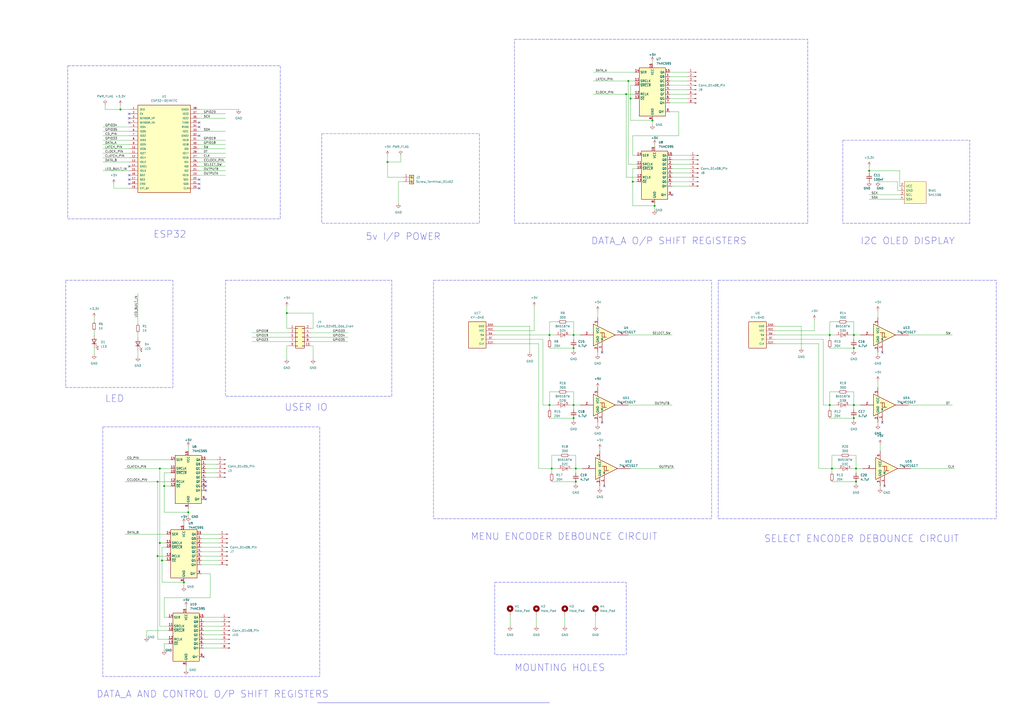
<source format=kicad_sch>
(kicad_sch (version 20231120) (generator "eeschema") (generator_version "8.0")
  (paper "A2")
  (title_block (title "control unit") (date "2024-01-25") (rev "1.0") (company "Dharani mohan"))
  (junction (at 496.57 279.4))
  (junction (at 495.3 194.31))
  (junction (at 91.44 279.4))
  (junction (at 318.77 194.31))
  (junction (at 367.03 105.41))
  (junction (at 106.68 337.82))
  (junction (at 504.19 99.06))
  (junction (at 91.44 322.58))
  (junction (at 482.6 271.78))
  (junction (at 224.79 93.98))
  (junction (at 495.3 201.93))
  (junction (at 318.77 234.95))
  (junction (at 334.01 279.4))
  (junction (at 92.71 271.78))
  (junction (at 332.74 201.93))
  (junction (at 332.74 234.95))
  (junction (at 334.01 271.78))
  (junction (at 496.57 271.78))
  (junction (at 332.74 242.57))
  (junction (at 495.3 234.95))
  (junction (at 481.33 234.95))
  (junction (at 364.49 46.99))
  (junction (at 320.04 271.78))
  (junction (at 365.76 57.15))
  (junction (at 69.85 63.5))
  (junction (at 379.73 119.38))
  (junction (at 95.25 281.94))
  (junction (at 378.46 69.85))
  (junction (at 495.3 242.57))
  (junction (at 166.37 181.61))
  (junction (at 93.98 325.12))
  (junction (at 332.74 194.31))
  (junction (at 92.71 314.96))
  (junction (at 109.22 297.18))
  (junction (at 481.33 194.31))
  (junction (at 363.22 54.61))
  (no_connect (at 119.38 279.4))
  (no_connect (at 349.25 245.11))
  (no_connect (at 389.89 113.03))
  (no_connect (at 119.38 289.56))
  (no_connect (at 118.11 381))
  (no_connect (at 350.52 281.94))
  (no_connect (at 115.57 73.66))
  (no_connect (at 115.57 109.22))
  (no_connect (at 115.57 71.12))
  (no_connect (at 119.38 284.48))
  (no_connect (at 349.25 204.47))
  (no_connect (at 115.57 104.14))
  (no_connect (at 115.57 78.74))
  (no_connect (at 511.81 245.11))
  (no_connect (at 511.81 204.47))
  (no_connect (at 119.38 281.94))
  (no_connect (at 115.57 106.68))
  (no_connect (at 74.93 66.04))
  (no_connect (at 74.93 104.14))
  (no_connect (at 74.93 106.68))
  (no_connect (at 513.08 281.94))
  (no_connect (at 74.93 71.12))
  (no_connect (at 74.93 101.6))
  (no_connect (at 74.93 68.58))
  (no_connect (at 74.93 96.52))
  (wire (pts (xy 115.57 81.28) (xy 130.81 81.28)))
  (wire (pts (xy 287.02 189.23) (xy 307.34 189.23)))
  (wire (pts (xy 332.74 234.95) (xy 332.74 237.49)))
  (wire (pts (xy 166.37 181.61) (xy 181.61 181.61)))
  (wire (pts (xy 332.74 243.84) (xy 332.74 242.57)))
  (wire (pts (xy 509.27 180.34) (xy 509.27 184.15)))
  (wire (pts (xy 106.68 337.82) (xy 106.68 340.36)))
  (wire (pts (xy 491.49 227.33) (xy 495.3 227.33)))
  (wire (pts (xy 389.89 95.25) (xy 400.05 95.25)))
  (wire (pts (xy 320.04 264.16) (xy 320.04 271.78)))
  (wire (pts (xy 115.57 101.6) (xy 130.81 101.6)))
  (wire (pts (xy 495.3 194.31) (xy 495.3 196.85)))
  (wire (pts (xy 115.57 91.44) (xy 130.81 91.44)))
  (wire (pts (xy 504.19 99.06) (xy 521.97 99.06)))
  (wire (pts (xy 119.38 276.86) (xy 125.73 276.86)))
  (wire (pts (xy 72.39 271.78) (xy 92.71 271.78)))
  (wire (pts (xy 318.77 237.49) (xy 318.77 234.95)))
  (wire (pts (xy 481.33 196.85) (xy 481.33 194.31)))
  (wire (pts (xy 96.52 314.96) (xy 92.71 314.96)))
  (wire (pts (xy 504.19 99.06) (xy 504.19 100.33)))
  (wire (pts (xy 367.03 105.41) (xy 369.57 105.41)))
  (wire (pts (xy 393.7 64.77) (xy 393.7 78.74)))
  (wire (pts (xy 59.69 91.44) (xy 74.93 91.44)))
  (wire (pts (xy 166.37 177.8) (xy 166.37 181.61)))
  (wire (pts (xy 116.84 325.12) (xy 127 325.12)))
  (wire (pts (xy 99.06 279.4) (xy 91.44 279.4)))
  (wire (pts (xy 364.49 95.25) (xy 369.57 95.25)))
  (wire (pts (xy 59.69 81.28) (xy 74.93 81.28)))
  (wire (pts (xy 328.93 227.33) (xy 332.74 227.33)))
  (wire (pts (xy 166.37 190.5) (xy 166.37 181.61)))
  (wire (pts (xy 330.2 264.16) (xy 334.01 264.16)))
  (wire (pts (xy 393.7 78.74) (xy 367.03 78.74)))
  (wire (pts (xy 482.6 279.4) (xy 496.57 279.4)))
  (wire (pts (xy 314.96 196.85) (xy 314.96 234.95)))
  (wire (pts (xy 389.89 105.41) (xy 400.05 105.41)))
  (wire (pts (xy 97.79 370.84) (xy 91.44 370.84)))
  (wire (pts (xy 96.52 317.5) (xy 93.98 317.5)))
  (wire (pts (xy 119.38 274.32) (xy 125.73 274.32)))
  (wire (pts (xy 231.14 105.41) (xy 231.14 118.11)))
  (wire (pts (xy 346.71 180.34) (xy 346.71 184.15)))
  (wire (pts (xy 472.44 185.42) (xy 472.44 191.77)))
  (wire (pts (xy 504.19 113.03) (xy 521.97 113.03)))
  (wire (pts (xy 331.47 271.78) (xy 334.01 271.78)))
  (wire (pts (xy 492.76 194.31) (xy 495.3 194.31)))
  (wire (pts (xy 364.49 194.31) (xy 389.89 194.31)))
  (wire (pts (xy 91.44 322.58) (xy 96.52 322.58)))
  (wire (pts (xy 167.64 200.66) (xy 166.37 200.66)))
  (wire (pts (xy 80.01 193.04) (xy 80.01 195.58)))
  (wire (pts (xy 504.19 96.52) (xy 504.19 99.06)))
  (wire (pts (xy 80.01 170.18) (xy 80.01 187.96)))
  (wire (pts (xy 496.57 271.78) (xy 496.57 274.32)))
  (wire (pts (xy 474.98 271.78) (xy 482.6 271.78)))
  (wire (pts (xy 318.77 196.85) (xy 318.77 194.31)))
  (wire (pts (xy 118.11 363.22) (xy 128.27 363.22)))
  (wire (pts (xy 115.57 83.82) (xy 130.81 83.82)))
  (wire (pts (xy 232.41 93.98) (xy 224.79 93.98)))
  (wire (pts (xy 328.93 186.69) (xy 332.74 186.69)))
  (wire (pts (xy 482.6 274.32) (xy 482.6 271.78)))
  (wire (pts (xy 365.76 49.53) (xy 365.76 57.15)))
  (wire (pts (xy 59.69 83.82) (xy 74.93 83.82)))
  (wire (pts (xy 367.03 105.41) (xy 367.03 119.38)))
  (wire (pts (xy 521.97 99.06) (xy 521.97 107.95)))
  (wire (pts (xy 72.39 309.88) (xy 96.52 309.88)))
  (wire (pts (xy 118.11 358.14) (xy 128.27 358.14)))
  (wire (pts (xy 495.3 243.84) (xy 495.3 242.57)))
  (wire (pts (xy 116.84 332.74) (xy 121.92 332.74)))
  (wire (pts (xy 346.71 204.47) (xy 346.71 205.74)))
  (wire (pts (xy 180.34 190.5) (xy 181.61 190.5)))
  (wire (pts (xy 115.57 96.52) (xy 130.81 96.52)))
  (wire (pts (xy 318.77 242.57) (xy 332.74 242.57)))
  (wire (pts (xy 146.05 193.04) (xy 167.64 193.04)))
  (wire (pts (xy 495.3 234.95) (xy 495.3 237.49)))
  (wire (pts (xy 233.68 102.87) (xy 224.79 102.87)))
  (wire (pts (xy 119.38 271.78) (xy 125.73 271.78)))
  (wire (pts (xy 365.76 57.15) (xy 368.3 57.15)))
  (wire (pts (xy 389.89 97.79) (xy 400.05 97.79)))
  (wire (pts (xy 334.01 271.78) (xy 337.82 271.78)))
  (wire (pts (xy 180.34 198.12) (xy 201.93 198.12)))
  (wire (pts (xy 496.57 271.78) (xy 500.38 271.78)))
  (wire (pts (xy 121.92 332.74) (xy 121.92 346.71)))
  (wire (pts (xy 59.69 88.9) (xy 74.93 88.9)))
  (wire (pts (xy 388.62 59.69) (xy 398.78 59.69)))
  (wire (pts (xy 312.42 199.39) (xy 312.42 271.78)))
  (wire (pts (xy 332.74 194.31) (xy 336.55 194.31)))
  (wire (pts (xy 60.96 60.96) (xy 60.96 63.5)))
  (wire (pts (xy 318.77 186.69) (xy 318.77 194.31)))
  (wire (pts (xy 115.57 63.5) (xy 138.43 63.5)))
  (wire (pts (xy 320.04 274.32) (xy 320.04 271.78)))
  (wire (pts (xy 477.52 196.85) (xy 477.52 234.95)))
  (wire (pts (xy 365.76 57.15) (xy 365.76 69.85)))
  (wire (pts (xy 92.71 271.78) (xy 92.71 314.96)))
  (wire (pts (xy 95.25 373.38) (xy 95.25 377.19)))
  (wire (pts (xy 167.64 190.5) (xy 166.37 190.5)))
  (wire (pts (xy 449.58 189.23) (xy 464.82 189.23)))
  (wire (pts (xy 481.33 237.49) (xy 481.33 234.95)))
  (wire (pts (xy 347.98 281.94) (xy 347.98 283.21)))
  (wire (pts (xy 481.33 194.31) (xy 485.14 194.31)))
  (wire (pts (xy 69.85 63.5) (xy 69.85 60.96)))
  (wire (pts (xy 527.05 194.31) (xy 552.45 194.31)))
  (wire (pts (xy 59.69 78.74) (xy 74.93 78.74)))
  (wire (pts (xy 318.77 227.33) (xy 318.77 234.95)))
  (wire (pts (xy 320.04 279.4) (xy 334.01 279.4)))
  (wire (pts (xy 388.62 57.15) (xy 398.78 57.15)))
  (wire (pts (xy 334.01 280.67) (xy 334.01 279.4)))
  (wire (pts (xy 224.79 93.98) (xy 224.79 102.87)))
  (wire (pts (xy 510.54 257.81) (xy 510.54 261.62)))
  (wire (pts (xy 54.61 191.77) (xy 54.61 194.31)))
  (wire (pts (xy 388.62 49.53) (xy 398.78 49.53)))
  (wire (pts (xy 492.76 234.95) (xy 495.3 234.95)))
  (wire (pts (xy 364.49 234.95) (xy 389.89 234.95)))
  (wire (pts (xy 389.89 102.87) (xy 400.05 102.87)))
  (wire (pts (xy 364.49 46.99) (xy 364.49 95.25)))
  (wire (pts (xy 369.57 97.79) (xy 367.03 97.79)))
  (wire (pts (xy 492.76 264.16) (xy 496.57 264.16)))
  (wire (pts (xy 309.88 177.8) (xy 309.88 191.77)))
  (wire (pts (xy 496.57 264.16) (xy 496.57 271.78)))
  (wire (pts (xy 495.3 203.2) (xy 495.3 201.93)))
  (wire (pts (xy 332.74 186.69) (xy 332.74 194.31)))
  (wire (pts (xy 95.25 274.32) (xy 95.25 281.94)))
  (wire (pts (xy 495.3 234.95) (xy 499.11 234.95)))
  (wire (pts (xy 80.01 203.2) (xy 80.01 207.01)))
  (wire (pts (xy 363.22 102.87) (xy 363.22 54.61)))
  (wire (pts (xy 93.98 337.82) (xy 106.68 337.82)))
  (wire (pts (xy 93.98 325.12) (xy 96.52 325.12)))
  (wire (pts (xy 109.22 297.18) (xy 109.22 299.72)))
  (wire (pts (xy 107.95 351.79) (xy 107.95 353.06)))
  (wire (pts (xy 287.02 199.39) (xy 312.42 199.39)))
  (wire (pts (xy 449.58 191.77) (xy 472.44 191.77)))
  (wire (pts (xy 232.41 90.17) (xy 232.41 93.98)))
  (wire (pts (xy 379.73 118.11) (xy 379.73 119.38)))
  (wire (pts (xy 93.98 317.5) (xy 93.98 325.12)))
  (wire (pts (xy 379.73 83.82) (xy 379.73 85.09)))
  (wire (pts (xy 95.25 297.18) (xy 109.22 297.18)))
  (wire (pts (xy 59.69 86.36) (xy 74.93 86.36)))
  (wire (pts (xy 388.62 54.61) (xy 398.78 54.61)))
  (wire (pts (xy 344.17 41.91) (xy 368.3 41.91)))
  (wire (pts (xy 74.93 63.5) (xy 69.85 63.5)))
  (wire (pts (xy 311.15 356.87) (xy 311.15 363.22)))
  (wire (pts (xy 116.84 322.58) (xy 127 322.58)))
  (wire (pts (xy 118.11 375.92) (xy 128.27 375.92)))
  (wire (pts (xy 496.57 280.67) (xy 496.57 279.4)))
  (wire (pts (xy 180.34 195.58) (xy 201.93 195.58)))
  (wire (pts (xy 365.76 271.78) (xy 391.16 271.78)))
  (wire (pts (xy 318.77 194.31) (xy 322.58 194.31)))
  (wire (pts (xy 389.89 107.95) (xy 400.05 107.95)))
  (wire (pts (xy 118.11 373.38) (xy 128.27 373.38)))
  (wire (pts (xy 54.61 201.93) (xy 54.61 205.74)))
  (wire (pts (xy 233.68 105.41) (xy 231.14 105.41)))
  (wire (pts (xy 54.61 184.15) (xy 54.61 186.69)))
  (wire (pts (xy 115.57 86.36) (xy 130.81 86.36)))
  (wire (pts (xy 365.76 69.85) (xy 378.46 69.85)))
  (wire (pts (xy 181.61 200.66) (xy 181.61 208.28)))
  (wire (pts (xy 116.84 312.42) (xy 127 312.42)))
  (wire (pts (xy 504.19 115.57) (xy 521.97 115.57)))
  (wire (pts (xy 116.84 309.88) (xy 127 309.88)))
  (wire (pts (xy 99.06 274.32) (xy 95.25 274.32)))
  (wire (pts (xy 99.06 271.78) (xy 92.71 271.78)))
  (wire (pts (xy 449.58 199.39) (xy 474.98 199.39)))
  (wire (pts (xy 146.05 195.58) (xy 167.64 195.58)))
  (wire (pts (xy 481.33 242.57) (xy 495.3 242.57)))
  (wire (pts (xy 330.2 194.31) (xy 332.74 194.31)))
  (wire (pts (xy 369.57 102.87) (xy 363.22 102.87)))
  (wire (pts (xy 388.62 41.91) (xy 398.78 41.91)))
  (wire (pts (xy 389.89 90.17) (xy 400.05 90.17)))
  (wire (pts (xy 527.05 234.95) (xy 552.45 234.95)))
  (wire (pts (xy 115.57 76.2) (xy 130.81 76.2)))
  (wire (pts (xy 347.98 260.35) (xy 347.98 261.62)))
  (wire (pts (xy 116.84 314.96) (xy 127 314.96)))
  (wire (pts (xy 509.27 204.47) (xy 509.27 205.74)))
  (wire (pts (xy 368.3 46.99) (xy 364.49 46.99)))
  (wire (pts (xy 510.54 281.94) (xy 510.54 283.21)))
  (wire (pts (xy 109.22 294.64) (xy 109.22 297.18)))
  (wire (pts (xy 509.27 105.41) (xy 520.7 105.41)))
  (wire (pts (xy 115.57 88.9) (xy 130.81 88.9)))
  (wire (pts (xy 327.66 356.87) (xy 327.66 363.22)))
  (wire (pts (xy 388.62 46.99) (xy 398.78 46.99)))
  (wire (pts (xy 119.38 266.7) (xy 125.73 266.7)))
  (wire (pts (xy 491.49 186.69) (xy 495.3 186.69)))
  (wire (pts (xy 482.6 271.78) (xy 486.41 271.78)))
  (wire (pts (xy 477.52 234.95) (xy 481.33 234.95)))
  (wire (pts (xy 118.11 370.84) (xy 128.27 370.84)))
  (wire (pts (xy 388.62 52.07) (xy 398.78 52.07)))
  (wire (pts (xy 121.92 346.71) (xy 95.25 346.71)))
  (wire (pts (xy 119.38 269.24) (xy 125.73 269.24)))
  (wire (pts (xy 72.39 279.4) (xy 91.44 279.4)))
  (wire (pts (xy 389.89 92.71) (xy 400.05 92.71)))
  (wire (pts (xy 388.62 64.77) (xy 393.7 64.77)))
  (wire (pts (xy 320.04 271.78) (xy 323.85 271.78)))
  (wire (pts (xy 116.84 317.5) (xy 127 317.5)))
  (wire (pts (xy 106.68 303.53) (xy 106.68 304.8)))
  (wire (pts (xy 295.91 356.87) (xy 295.91 363.22)))
  (wire (pts (xy 115.57 93.98) (xy 130.81 93.98)))
  (wire (pts (xy 318.77 201.93) (xy 332.74 201.93)))
  (wire (pts (xy 59.69 73.66) (xy 74.93 73.66)))
  (wire (pts (xy 180.34 193.04) (xy 201.93 193.04)))
  (wire (pts (xy 487.68 264.16) (xy 482.6 264.16)))
  (wire (pts (xy 93.98 325.12) (xy 93.98 337.82)))
  (wire (pts (xy 59.69 93.98) (xy 74.93 93.98)))
  (wire (pts (xy 330.2 234.95) (xy 332.74 234.95)))
  (wire (pts (xy 481.33 227.33) (xy 481.33 234.95)))
  (wire (pts (xy 59.69 76.2) (xy 74.93 76.2)))
  (wire (pts (xy 449.58 194.31) (xy 481.33 194.31)))
  (wire (pts (xy 85.09 365.76) (xy 85.09 369.57)))
  (wire (pts (xy 474.98 199.39) (xy 474.98 271.78)))
  (wire (pts (xy 60.96 63.5) (xy 69.85 63.5)))
  (wire (pts (xy 115.57 66.04) (xy 130.81 66.04)))
  (wire (pts (xy 224.79 90.17) (xy 224.79 93.98)))
  (wire (pts (xy 481.33 201.93) (xy 495.3 201.93)))
  (wire (pts (xy 109.22 259.08) (xy 109.22 261.62)))
  (wire (pts (xy 367.03 90.17) (xy 369.57 90.17)))
  (wire (pts (xy 325.12 264.16) (xy 320.04 264.16)))
  (wire (pts (xy 520.7 110.49) (xy 521.97 110.49)))
  (wire (pts (xy 332.74 203.2) (xy 332.74 201.93)))
  (wire (pts (xy 367.03 97.79) (xy 367.03 105.41)))
  (wire (pts (xy 312.42 271.78) (xy 320.04 271.78)))
  (wire (pts (xy 91.44 279.4) (xy 91.44 322.58)))
  (wire (pts (xy 92.71 314.96) (xy 92.71 363.22)))
  (wire (pts (xy 346.71 245.11) (xy 346.71 246.38)))
  (wire (pts (xy 323.85 186.69) (xy 318.77 186.69)))
  (wire (pts (xy 95.25 373.38) (xy 97.79 373.38)))
  (wire (pts (xy 495.3 227.33) (xy 495.3 234.95)))
  (wire (pts (xy 92.71 363.22) (xy 97.79 363.22)))
  (wire (pts (xy 389.89 100.33) (xy 400.05 100.33)))
  (wire (pts (xy 367.03 78.74) (xy 367.03 90.17)))
  (wire (pts (xy 287.02 191.77) (xy 309.88 191.77)))
  (wire (pts (xy 307.34 189.23) (xy 307.34 204.47)))
  (wire (pts (xy 344.17 54.61) (xy 363.22 54.61)))
  (wire (pts (xy 449.58 196.85) (xy 477.52 196.85)))
  (wire (pts (xy 95.25 346.71) (xy 95.25 358.14)))
  (wire (pts (xy 314.96 234.95) (xy 318.77 234.95)))
  (wire (pts (xy 287.02 194.31) (xy 318.77 194.31)))
  (wire (pts (xy 344.17 46.99) (xy 364.49 46.99)))
  (wire (pts (xy 494.03 271.78) (xy 496.57 271.78)))
  (wire (pts (xy 166.37 200.66) (xy 166.37 208.28)))
  (wire (pts (xy 520.7 105.41) (xy 520.7 110.49)))
  (wire (pts (xy 334.01 264.16) (xy 334.01 271.78)))
  (wire (pts (xy 486.41 186.69) (xy 481.33 186.69)))
  (wire (pts (xy 118.11 368.3) (xy 128.27 368.3)))
  (wire (pts (xy 181.61 181.61) (xy 181.61 190.5)))
  (wire (pts (xy 482.6 264.16) (xy 482.6 271.78)))
  (wire (pts (xy 66.04 106.68) (xy 66.04 109.22)))
  (wire (pts (xy 509.27 220.98) (xy 509.27 224.79)))
  (wire (pts (xy 318.77 234.95) (xy 322.58 234.95)))
  (wire (pts (xy 495.3 194.31) (xy 499.11 194.31)))
  (wire (pts (xy 334.01 271.78) (xy 334.01 274.32)))
  (wire (pts (xy 481.33 186.69) (xy 481.33 194.31)))
  (wire (pts (xy 59.69 99.06) (xy 74.93 99.06)))
  (wire (pts (xy 486.41 227.33) (xy 481.33 227.33)))
  (wire (pts (xy 495.3 186.69) (xy 495.3 194.31)))
  (wire (pts (xy 85.09 365.76) (xy 97.79 365.76)))
  (wire (pts (xy 368.3 49.53) (xy 365.76 49.53)))
  (wire (pts (xy 115.57 99.06) (xy 130.81 99.06)))
  (wire (pts (xy 509.27 245.11) (xy 509.27 246.38)))
  (wire (pts (xy 95.25 281.94) (xy 99.06 281.94)))
  (wire (pts (xy 115.57 68.58) (xy 130.81 68.58)))
  (wire (pts (xy 481.33 234.95) (xy 485.14 234.95)))
  (wire (pts (xy 464.82 189.23) (xy 464.82 201.93)))
  (wire (pts (xy 287.02 196.85) (xy 314.96 196.85)))
  (wire (pts (xy 332.74 227.33) (xy 332.74 234.95)))
  (wire (pts (xy 378.46 69.85) (xy 378.46 72.39)))
  (wire (pts (xy 95.25 358.14) (xy 97.79 358.14)))
  (wire (pts (xy 95.25 281.94) (xy 95.25 297.18)))
  (wire (pts (xy 332.74 194.31) (xy 332.74 196.85)))
  (wire (pts (xy 116.84 320.04) (xy 127 320.04)))
  (wire (pts (xy 180.34 200.66) (xy 181.61 200.66)))
  (wire (pts (xy 66.04 109.22) (xy 74.93 109.22)))
  (wire (pts (xy 107.95 386.08) (xy 107.95 388.62)))
  (wire (pts (xy 379.73 119.38) (xy 379.73 121.92)))
  (polyline (pts (xy 318.77 407.67) (xy 184.15 407.67)))
  (wire (pts (xy 146.05 198.12) (xy 167.64 198.12)))
  (wire (pts (xy 345.44 356.87) (xy 345.44 363.22)))
  (wire (pts (xy 118.11 360.68) (xy 128.27 360.68)))
  (wire (pts (xy 388.62 44.45) (xy 398.78 44.45)))
  (wire (pts (xy 528.32 271.78) (xy 553.72 271.78)))
  (wire (pts (xy 332.74 234.95) (xy 336.55 234.95)))
  (wire (pts (xy 72.39 266.7) (xy 99.06 266.7)))
  (wire (pts (xy 91.44 370.84) (xy 91.44 322.58)))
  (wire (pts (xy 118.11 365.76) (xy 128.27 365.76)))
  (wire (pts (xy 363.22 54.61) (xy 368.3 54.61)))
  (wire (pts (xy 116.84 327.66) (xy 127 327.66)))
  (wire (pts (xy 378.46 35.56) (xy 378.46 36.83)))
  (wire (pts (xy 323.85 227.33) (xy 318.77 227.33)))
  (wire (pts (xy 367.03 119.38) (xy 379.73 119.38)))
  (rectangle (start 488.95 81.28) (end 562.61 129.54) (stroke (width 0) (type dash)))
  (rectangle (start 130.81 162.56) (end 227.33 229.87) (stroke (width 0) (type dash)))
  (rectangle (start 38.1 162.56) (end 100.33 224.79) (stroke (width 0) (type dash)))
  (rectangle (start 186.69 77.47) (end 278.13 129.54) (stroke (width 0) (type dash)))
  (rectangle (start 298.45 22.86) (end 468.63 129.54) (stroke (width 0) (type dash)))
  (rectangle (start 39.37 38.1) (end 162.56 127) (stroke (width 0) (type dash)))
  (rectangle (start 251.46 162.56) (end 412.75 300.99) (stroke (width 0) (type dash)))
  (rectangle (start 416.56 162.56) (end 577.85 300.99) (stroke (width 0) (type dash)))
  (rectangle (start 59.69 247.65) (end 185.42 392.43) (stroke (width 0) (type dash)))
  (rectangle (start 287.02 337.82) (end 363.22 379.73) (stroke (width 0) (type dash)))
  (text "5v I/P POWER\n" (at 212.09 139.7 0) (effects (font (size 4 4)) (justify left bottom)))
  (text "DATA_A O/P SHIFT REGISTERS\n" (at 342.9 142.24 0) (effects (font (size 4 4)) (justify left bottom)))
  (text "USER IO\n" (at 165.1 238.76 0) (effects (font (size 4 4)) (justify left bottom)))
  (text "SELECT ENCODER DEBOUNCE CIRCUIT\n" (at 443.23 314.96 0) (effects (font (size 4 4)) (justify left bottom)))
  (text "I2C OLED DISPLAY" (at 499.11 142.24 0) (effects (font (size 4 4)) (justify left bottom)))
  (text "DATA_A AND CONTROL O/P SHIFT REGISTERS\n" (at 55.88 405.13 0) (effects (font (size 4 4)) (justify left bottom)))
  (text "ESP32\n" (at 88.9 138.43 0) (effects (font (size 4 4)) (justify left bottom)))
  (text "LED\n" (at 60.96 233.68 0) (effects (font (size 4 4)) (justify left bottom)))
  (text "MENU ENCODER DEBOUNCE CIRCUIT\n" (at 273.05 313.69 0) (effects (font (size 4 4)) (justify left bottom)))
  (text "MOUNTING HOLES\n\n" (at 298.45 396.24 0) (effects (font (size 4 4)) (justify left bottom)))
  (label "GPIO18" (at 148.59 193.04 0))
  (label "CD_PIN" (at 60.96 78.74 0))
  (label "SCK" (at 505.46 113.03 0))
  (label "CCLOCK_PIN" (at 73.66 279.4 0))
  (label "SELECT_SW" (at 378.46 194.31 0))
  (label "GPIO19" (at 118.11 81.28 0))
  (label "OUTPUTB" (at 118.11 99.06 0))
  (label "GPIO23" (at 118.11 66.04 0))
  (label "DATA_B" (at 60.96 93.98 0))
  (label "SW" (at 548.64 194.31 0))
  (label "DT" (at 548.64 234.95 0))
  (label "DATA_A" (at 345.44 41.91 0))
  (label "GPIO33" (at 193.04 193.04 0))
  (label "CCLOCK_PIN" (at 118.11 93.98 0))
  (label "GPIO19" (at 148.59 195.58 0))
  (label "GPIO23" (at 148.59 198.12 0))
  (label "CLATCH_PIN" (at 60.96 91.44 0))
  (label "GPIO18" (at 118.11 83.82 0))
  (label "CLOCK_PIN" (at 60.96 88.9 0))
  (label "GPIO35" (at 193.04 198.12 0))
  (label "DATA_A" (at 60.96 83.82 0))
  (label "CD_PIN" (at 73.66 266.7 0))
  (label "OUTPUTA" (at 118.11 101.6 0))
  (label "DT" (at 118.11 88.9 0))
  (label "OUTPUTB" (at 379.73 234.95 0))
  (label "GPIO33" (at 60.96 81.28 0))
  (label "LATCH_PIN" (at 345.44 46.99 0))
  (label "GPIO34" (at 193.04 195.58 0))
  (label "CLK" (at 118.11 91.44 0))
  (label "SW" (at 118.11 86.36 0))
  (label "CLATCH_PIN" (at 73.66 271.78 0))
  (label "LATCH_PIN" (at 60.96 86.36 0))
  (label "LED_BUILT_IN" (at 80.01 171.45 270))
  (label "SDA" (at 505.46 115.57 0))
  (label "CLOCK_PIN" (at 345.44 54.61 0))
  (label "CLK" (at 549.91 271.78 0))
  (label "GPIO35" (at 60.96 76.2 0))
  (label "GPIO34" (at 60.96 73.66 0))
  (label "DATA_B" (at 73.66 309.88 0))
  (label "OUTPUTA" (at 382.27 271.78 0))
  (label "SDA" (at 118.11 76.2 0))
  (label "SCK" (at 118.11 68.58 0))
  (label "SELECT_SW" (at 118.11 96.52 0))
  (label "LED_BUILT_IN" (at 60.96 99.06 0))
  (symbol (lib_id "Device:R_Small") (at 80.01 190.5 0) (unit 1)
    (property "Reference" "R1" (at 82.55 189.23 0) (effects (justify left)))
    (property "Value" "1K" (at 82.55 191.77 0) (effects (justify left)))
    (property "Footprint" "Resistor_SMD:R_0402_1005Metric_Pad0.72x0.64mm_HandSolder" (effects (hide yes)))
  )
  (symbol (lib_id "power:+5V") (at 509.27 180.34 0) (unit 1)
    (property "Reference" "#PWR065" (effects (hide yes)))
    (property "Value" "+5V" (at 509.27 175.26 0))
  )
  (symbol (lib_id "power:GND") (at 106.68 340.36 0) (unit 1)
    (property "Reference" "#PWR034" (effects (hide yes)))
    (property "Value" "GND" (at 110.49 340.36 0))
  )
  (symbol (lib_id "ESP32-DEVKITC:ESP32-DEVKITC") (at 95.25 86.36 0) (unit 1)
    (property "Reference" "U1" (at 95.25 55.88 0))
    (property "Value" "ESP32-DEVKITC" (at 95.25 58.42 0))
    (property "Footprint" "ESP32-DEVKITC:MODULE_ESP32-DEVKITC" (effects (hide yes)))
    (property "Description" "\nESP32-WROOM-32UE series Transceiver; 802.11 b/g/n (Wi-Fi, WiFi, WLAN), Bluetooth ® Smart Ready 4.x Dual Mode Evaluation Board\n" (effects (hide yes)))
    (property "MF" "Espressif Systems" (effects (hide yes)))
    (property "Package" "None" (effects (hide yes)))
    (property "Price" "None" (effects (hide yes)))
    (property "Check_prices" "https://www.snapeda.com/parts/ESP32-DEVKITC/Espressif+Systems/view-part/?ref=eda" (effects (hide yes)))
    (property "STANDARD" "Manufacturer Recommendations" (effects (hide yes)))
    (property "PARTREV" "N/A" (effects (hide yes)))
    (property "SnapEDA_Link" "https://www.snapeda.com/parts/ESP32-DEVKITC/Espressif+Systems/view-part/?ref=snap" (effects (hide yes)))
    (property "MP" "ESP32-DEVKITC" (effects (hide yes)))
    (property "Availability" "In Stock" (effects (hide yes)))
    (property "MANUFACTURER" "ESPRESSIF" (effects (hide yes)))
  )
  (symbol (lib_id "74xGxx:74LVC1G17") (at 351.79 234.95 0) (unit 1)
    (property "Reference" "U11" (at 363.22 230.7591 0))
    (property "Value" "74LVC1G17" (at 363.22 233.2991 0))
    (property "Footprint" "SN74LVC1G17:SOT23-5" (effects (hide yes)))
    (property "Datasheet" "https://www.ti.com/lit/ds/symlink/sn74lvc1g17.pdf" (effects (hide yes)))
  )
  (symbol (lib_id "Device:R_Small") (at 481.33 199.39 0) (unit 1)
    (property "Reference" "R10" (at 483.87 198.12 0) (effects (justify left)))
    (property "Value" "20K" (at 483.87 200.66 0) (effects (justify left)))
    (property "Footprint" "Resistor_SMD:R_0402_1005Metric_Pad0.72x0.64mm_HandSolder" (effects (hide yes)))
  )
  (symbol (lib_id "Device:C_Small") (at 332.74 199.39 0) (unit 1)
    (property "Reference" "C15" (at 335.28 198.1263 0) (effects (justify left)))
    (property "Value" "4.7uf" (at 335.28 200.6663 0) (effects (justify left)))
    (property "Footprint" "Capacitor_SMD:C_0805_2012Metric_Pad1.18x1.45mm_HandSolder" (effects (hide yes)))
  )
  (symbol (lib_id "74xGxx:74LVC1G17") (at 515.62 271.78 0) (unit 1)
    (property "Reference" "U15" (at 527.05 267.5891 0))
    (property "Value" "74LVC1G17" (at 527.05 270.1291 0))
    (property "Footprint" "SN74LVC1G17:SOT23-5" (effects (hide yes)))
    (property "Datasheet" "https://www.ti.com/lit/ds/symlink/sn74lvc1g17.pdf" (effects (hide yes)))
  )
  (symbol (lib_id "power:+5V") (at 379.73 83.82 0) (unit 1)
    (property "Reference" "#PWR032" (effects (hide yes)))
    (property "Value" "+5V" (at 379.73 80.01 0))
  )
  (symbol (lib_id "Device:LED") (at 80.01 199.39 90) (unit 1)
    (property "Reference" "D4" (at 83.82 199.7075 90) (effects (justify right)))
    (property "Value" "LED" (at 83.82 202.2475 90) (effects (justify right)))
    (property "Footprint" "LED_SMD:LED_0603_1608Metric_Pad1.05x0.95mm_HandSolder" (effects (hide yes)))
  )
  (symbol (lib_id "Device:R_Small") (at 326.39 186.69 90) (unit 1)
    (property "Reference" "R9" (at 326.39 181.61 90))
    (property "Value" "300" (at 326.39 184.15 90))
    (property "Footprint" "Resistor_SMD:R_0402_1005Metric_Pad0.72x0.64mm_HandSolder" (effects (hide yes)))
  )
  (symbol (lib_id "Device:R_Small") (at 490.22 264.16 90) (unit 1)
    (property "Reference" "R20" (at 490.22 259.08 90))
    (property "Value" "300" (at 490.22 261.62 90))
    (property "Footprint" "Resistor_SMD:R_0402_1005Metric_Pad0.72x0.64mm_HandSolder" (effects (hide yes)))
  )
  (symbol (lib_id "power:GND") (at 496.57 280.67 0) (unit 1)
    (property "Reference" "#PWR064" (effects (hide yes)))
    (property "Value" "GND" (at 496.57 285.75 0))
  )
  (symbol (lib_id "74xx:74HC595") (at 107.95 368.3 0) (unit 1)
    (property "Reference" "U10" (at 110.1441 350.52 0) (effects (justify left)))
    (property "Value" "74HC595" (at 110.1441 353.06 0) (effects (justify left)))
    (property "Footprint" "Package_DIP:DIP-16_W10.16mm_LongPads" (effects (hide yes)))
    (property "Datasheet" "http://www.ti.com/lit/ds/symlink/sn74hc595.pdf" (effects (hide yes)))
  )
  (symbol (lib_id "power:GND") (at 327.66 363.22 0) (unit 1)
    (property "Reference" "#PWR028" (effects (hide yes)))
    (property "Value" "GND" (at 327.66 368.3 0))
  )
  (symbol (lib_id "Connector:Conn_01x08_Pin") (at 403.86 49.53 0) (mirror y) (unit 1)
    (property "Reference" "J9" (at 405.13 52.07 0) (effects (justify right)))
    (property "Value" "Conn_01x08_Pin" (at 405.13 49.53 0) (effects (justify right)))
    (property "Footprint" "Connector_PinHeader_1.00mm:PinHeader_1x08_P1.00mm_Vertical" (effects (hide yes)))
  )
  (symbol (lib_id "power:GND") (at 138.43 63.5 0) (unit 1)
    (property "Reference" "#PWR02" (effects (hide yes)))
    (property "Value" "GND" (at 138.43 68.58 0))
  )
  (symbol (lib_id "Device:R_Small") (at 318.77 199.39 0) (unit 1)
    (property "Reference" "R8" (at 321.31 198.12 0) (effects (justify left)))
    (property "Value" "20K" (at 321.31 200.66 0) (effects (justify left)))
    (property "Footprint" "Resistor_SMD:R_0402_1005Metric_Pad0.72x0.64mm_HandSolder" (effects (hide yes)))
  )
  (symbol (lib_id "Device:R_Small") (at 488.95 186.69 90) (unit 1)
    (property "Reference" "R14" (at 488.95 181.61 90))
    (property "Value" "300" (at 488.95 184.15 90))
    (property "Footprint" "Resistor_SMD:R_0402_1005Metric_Pad0.72x0.64mm_HandSolder" (effects (hide yes)))
  )
  (symbol (lib_id "power:+5V") (at 346.71 180.34 0) (unit 1)
    (property "Reference" "#PWR052" (effects (hide yes)))
    (property "Value" "+5V" (at 346.71 175.26 0))
  )
  (symbol (lib_id "power:GND") (at 495.3 203.2 0) (unit 1)
    (property "Reference" "#PWR062" (effects (hide yes)))
    (property "Value" "GND" (at 495.3 208.28 0))
  )
  (symbol (lib_id "Connector:Screw_Terminal_01x02") (at 238.76 102.87 0) (unit 1)
    (property "Reference" "J2" (at 241.3 102.87 0) (effects (justify left)))
    (property "Value" "Screw_Terminal_01x02" (at 241.3 105.41 0) (effects (justify left)))
    (property "Footprint" "TerminalBlock_Phoenix:TerminalBlock_Phoenix_MKDS-1,5-2-5.08_1x02_P5.08mm_Horizontal" (effects (hide yes)))
  )
  (symbol (lib_id "KY-040:KY-040") (at 276.86 194.31 180) (unit 1)
    (property "Reference" "U17" (at 276.86 181.61 0))
    (property "Value" "KY-040" (at 276.86 184.15 0))
    (property "Footprint" "KY-040:KY-040-PORT" (effects (hide yes)))
    (property "Description" "\nKY-5.0-4P Green(RAL6018/T) ; CONTACT WITH TIN PLATED MARK\n" (effects (hide yes)))
    (property "MF" "Joy-IT" (effects (hide yes)))
    (property "Package" "Package" (effects (hide yes)))
    (property "Price" "None" (effects (hide yes)))
    (property "SnapEDA_Link" "https://www.snapeda.com/parts/KY-040/Joy-IT/view-part/?ref=snap" (effects (hide yes)))
    (property "MP" "KY-040" (effects (hide yes)))
    (property "Availability" "Not in stock" (effects (hide yes)))
    (property "Check_prices" "https://www.snapeda.com/parts/KY-040/Joy-IT/view-part/?ref=eda" (effects (hide yes)))
  )
  (symbol (lib_id "Device:C_Small") (at 495.3 240.03 0) (unit 1)
    (property "Reference" "C17" (at 497.84 238.7663 0) (effects (justify left)))
    (property "Value" "4.7uf" (at 497.84 241.3063 0) (effects (justify left)))
    (property "Footprint" "Capacitor_SMD:C_0805_2012Metric_Pad1.18x1.45mm_HandSolder" (effects (hide yes)))
  )
  (symbol (lib_id "power:+5V") (at 378.46 35.56 0) (unit 1)
    (property "Reference" "#PWR061" (effects (hide yes)))
    (property "Value" "+5V" (at 378.46 31.75 0))
  )
  (symbol (lib_id "power:GND") (at 346.71 205.74 0) (unit 1)
    (property "Reference" "#PWR051" (effects (hide yes)))
    (property "Value" "GND" (at 346.71 210.82 0))
  )
  (symbol (lib_id "power:GND") (at 311.15 363.22 0) (unit 1)
    (property "Reference" "#PWR027" (effects (hide yes)))
    (property "Value" "GND" (at 311.15 368.3 0))
  )
  (symbol (lib_id "power:GND") (at 334.01 280.67 0) (unit 1)
    (property "Reference" "#PWR056" (effects (hide yes)))
    (property "Value" "GND" (at 334.01 285.75 0))
  )
  (symbol (lib_id "power:GND") (at 95.25 377.19 0) (unit 1)
    (property "Reference" "#PWR078" (effects (hide yes)))
    (property "Value" "GND" (at 97.79 377.19 0))
  )
  (symbol (lib_id "power:GND") (at 379.73 121.92 0) (unit 1)
    (property "Reference" "#PWR031" (effects (hide yes)))
    (property "Value" "GND" (at 382.27 121.92 0))
  )
  (symbol (lib_id "Device:R_Small") (at 320.04 276.86 0) (unit 1)
    (property "Reference" "R17" (at 322.58 275.59 0) (effects (justify left)))
    (property "Value" "20K" (at 322.58 278.13 0) (effects (justify left)))
    (property "Footprint" "Resistor_SMD:R_0402_1005Metric_Pad0.72x0.64mm_HandSolder" (effects (hide yes)))
  )
  (symbol (lib_id "Device:R_Small") (at 54.61 189.23 0) (unit 1)
    (property "Reference" "R6" (at 57.15 187.96 0) (effects (justify left)))
    (property "Value" "1K" (at 57.15 190.5 0) (effects (justify left)))
    (property "Footprint" "Resistor_SMD:R_0402_1005Metric_Pad0.72x0.64mm_HandSolder" (effects (hide yes)))
  )
  (symbol (lib_id "Device:R_Small") (at 318.77 240.03 0) (unit 1)
    (property "Reference" "R15" (at 321.31 238.76 0) (effects (justify left)))
    (property "Value" "20K" (at 321.31 241.3 0) (effects (justify left)))
    (property "Footprint" "Resistor_SMD:R_0402_1005Metric_Pad0.72x0.64mm_HandSolder" (effects (hide yes)))
  )
  (symbol (lib_id "power:GND") (at 509.27 205.74 0) (unit 1)
    (property "Reference" "#PWR066" (effects (hide yes)))
    (property "Value" "GND" (at 509.27 210.82 0))
  )
  (symbol (lib_id "power:GND") (at 80.01 207.01 0) (unit 1)
    (property "Reference" "#PWR05" (effects (hide yes)))
    (property "Value" "GND" (at 80.01 212.09 0))
  )
  (symbol (lib_id "Mechanical:MountingHole_Pad") (at 345.44 354.33 0) (unit 1)
    (property "Reference" "H4" (at 347.98 351.79 0) (effects (justify left)))
    (property "Value" "Hole_Pad" (at 347.98 354.33 0) (effects (justify left)))
    (property "Footprint" "MountingHole:MountingHole_3.2mm_M3_Pad_Via" (effects (hide yes)))
  )
  (symbol (lib_id "power:GND") (at 295.91 363.22 0) (unit 1)
    (property "Reference" "#PWR026" (effects (hide yes)))
    (property "Value" "GND" (at 295.91 368.3 0))
  )
  (symbol (lib_id "power:GND") (at 54.61 205.74 0) (unit 1)
    (property "Reference" "#PWR059" (effects (hide yes)))
    (property "Value" "GND" (at 54.61 210.82 0))
  )
  (symbol (lib_id "power:GND") (at 509.27 246.38 0) (unit 1)
    (property "Reference" "#PWR068" (effects (hide yes)))
    (property "Value" "GND" (at 509.27 251.46 0))
  )
  (symbol (lib_id "SSD1306-128x64_OLED:SSD1306") (at 530.86 111.76 90) (unit 1)
    (property "Reference" "Brd1" (at 538.48 110.49 90) (effects (justify right)))
    (property "Value" "SH1106" (at 538.48 113.03 90) (effects (justify right)))
    (property "Footprint" "SSD1306:128x64OLED" (effects (hide yes)))
  )
  (symbol (lib_id "power:+5V") (at 510.54 257.81 0) (unit 1)
    (property "Reference" "#PWR069" (effects (hide yes)))
    (property "Value" "+5V" (at 510.54 252.73 0))
  )
  (symbol (lib_id "Diode:BAS16TW") (at 326.39 234.95 180) (unit 2)
    (property "Reference" "D2" (at 326.39 232.41 0))
    (property "Value" "BAS16TW" (at 326.39 229.87 0))
    (property "Footprint" "Package_TO_SOT_SMD:SOT-363_SC-70-6" (effects (hide yes)))
    (property "Datasheet" "http://www.diodes.com/datasheets/ds30154.pdf" (effects (hide yes)))
  )
  (symbol (lib_id "power:+5V") (at 106.68 303.53 0) (unit 1)
    (property "Reference" "#PWR025" (effects (hide yes)))
    (property "Value" "+5V" (at 106.68 299.72 0))
  )
  (symbol (lib_id "74xGxx:74LVC1G17") (at 514.35 194.31 0) (unit 1)
    (property "Reference" "U13" (at 525.78 190.1191 0))
    (property "Value" "74LVC1G17" (at 525.78 192.6591 0))
    (property "Footprint" "SN74LVC1G17:SOT23-5" (effects (hide yes)))
    (property "Datasheet" "https://www.ti.com/lit/ds/symlink/sn74lvc1g17.pdf" (effects (hide yes)))
  )
  (symbol (lib_id "power:GND") (at 509.27 105.41 0) (unit 1)
    (property "Reference" "#PWR038" (effects (hide yes)))
    (property "Value" "GND" (at 510.54 109.22 0))
  )
  (symbol (lib_id "Diode:BAS16TW") (at 327.66 271.78 180) (unit 3)
    (property "Reference" "D2" (at 327.66 269.24 0))
    (property "Value" "BAS16TW" (at 327.66 266.7 0))
    (property "Footprint" "Package_TO_SOT_SMD:SOT-363_SC-70-6" (effects (hide yes)))
    (property "Datasheet" "http://www.diodes.com/datasheets/ds30154.pdf" (effects (hide yes)))
  )
  (symbol (lib_id "74xx:74HC595") (at 379.73 100.33 0) (unit 1)
    (property "Reference" "U8" (at 381.9241 82.55 0) (effects (justify left)))
    (property "Value" "74HC595" (at 381.9241 85.09 0) (effects (justify left)))
    (property "Footprint" "Package_DIP:DIP-16_W10.16mm_LongPads" (effects (hide yes)))
    (property "Datasheet" "http://www.ti.com/lit/ds/symlink/sn74hc595.pdf" (effects (hide yes)))
  )
  (symbol (lib_id "power:+5V") (at 346.71 224.79 0) (unit 1)
    (property "Reference" "#PWR055" (effects (hide yes)))
    (property "Value" "+5V" (at 346.71 219.71 0))
  )
  (symbol (lib_id "74xGxx:74LVC1G17") (at 353.06 271.78 0) (unit 1)
    (property "Reference" "U12" (at 364.49 267.5891 0))
    (property "Value" "74LVC1G17" (at 364.49 270.1291 0))
    (property "Footprint" "SN74LVC1G17:SOT23-5" (effects (hide yes)))
    (property "Datasheet" "https://www.ti.com/lit/ds/symlink/sn74lvc1g17.pdf" (effects (hide yes)))
  )
  (symbol (lib_id "Diode:BAS16TW") (at 490.22 271.78 180) (unit 3)
    (property "Reference" "D3" (at 490.22 269.24 0))
    (property "Value" "BAS16TW" (at 490.22 266.7 0))
    (property "Footprint" "Package_TO_SOT_SMD:SOT-363_SC-70-6" (effects (hide yes)))
    (property "Datasheet" "http://www.diodes.com/datasheets/ds30154.pdf" (effects (hide yes)))
  )
  (symbol (lib_id "PCM_4ms_Power-symbol:GND") (at 464.82 201.93 0) (unit 1)
    (property "Reference" "#PWR050" (effects (hide yes)))
    (property "Value" "GND" (at 464.82 207.01 0))
  )
  (symbol (lib_id "power:GND") (at 332.74 243.84 0) (unit 1)
    (property "Reference" "#PWR053" (effects (hide yes)))
    (property "Value" "GND" (at 332.74 248.92 0))
  )
  (symbol (lib_id "power:+5V") (at 509.27 220.98 0) (unit 1)
    (property "Reference" "#PWR067" (effects (hide yes)))
    (property "Value" "+5V" (at 509.27 215.9 0))
  )
  (symbol (lib_id "power:GND") (at 345.44 363.22 0) (unit 1)
    (property "Reference" "#PWR029" (effects (hide yes)))
    (property "Value" "GND" (at 345.44 368.3 0))
  )
  (symbol (lib_id "Device:LED") (at 54.61 198.12 90) (unit 1)
    (property "Reference" "D1" (at 58.42 198.4375 90) (effects (justify right)))
    (property "Value" "LED" (at 58.42 200.9775 90) (effects (justify right)))
    (property "Footprint" "LED_SMD:LED_0603_1608Metric_Pad1.05x0.95mm_HandSolder" (effects (hide yes)))
  )
  (symbol (lib_id "power:+5V") (at 109.22 259.08 0) (unit 1)
    (property "Reference" "#PWR076" (effects (hide yes)))
    (property "Value" "+5V" (at 109.22 255.27 0))
  )
  (symbol (lib_id "Device:C_Small") (at 332.74 240.03 0) (unit 1)
    (property "Reference" "C18" (at 335.28 238.7663 0) (effects (justify left)))
    (property "Value" "4.7uf" (at 335.28 241.3063 0) (effects (justify left)))
    (property "Footprint" "Capacitor_SMD:C_0805_2012Metric_Pad1.18x1.45mm_HandSolder" (effects (hide yes)))
  )
  (symbol (lib_id "Connector:Conn_01x08_Pin") (at 133.35 365.76 0) (mirror y) (unit 1)
    (property "Reference" "J10" (at 134.62 368.3 0) (effects (justify right)))
    (property "Value" "Conn_01x08_Pin" (at 134.62 365.76 0) (effects (justify right)))
    (property "Footprint" "Connector_PinHeader_1.00mm:PinHeader_1x08_P1.00mm_Vertical" (effects (hide yes)))
  )
  (symbol (lib_id "Mechanical:MountingHole_Pad") (at 327.66 354.33 0) (unit 1)
    (property "Reference" "H3" (at 330.2 351.79 0) (effects (justify left)))
    (property "Value" "Hole_Pad" (at 330.2 354.33 0) (effects (justify left)))
    (property "Footprint" "MountingHole:MountingHole_3.2mm_M3_Pad_Via" (effects (hide yes)))
  )
  (symbol (lib_id "Device:C_Small") (at 495.3 199.39 0) (unit 1)
    (property "Reference" "C16" (at 497.84 198.1263 0) (effects (justify left)))
    (property "Value" "4.7uf" (at 497.84 200.6663 0) (effects (justify left)))
    (property "Footprint" "Capacitor_SMD:C_0805_2012Metric_Pad1.18x1.45mm_HandSolder" (effects (hide yes)))
  )
  (symbol (lib_id "Device:C_Small") (at 334.01 276.86 0) (unit 1)
    (property "Reference" "C19" (at 336.55 275.5963 0) (effects (justify left)))
    (property "Value" "4.7uf" (at 336.55 278.1363 0) (effects (justify left)))
    (property "Footprint" "Capacitor_SMD:C_0805_2012Metric_Pad1.18x1.45mm_HandSolder" (effects (hide yes)))
  )
  (symbol (lib_id "power:+5V") (at 347.98 260.35 0) (unit 1)
    (property "Reference" "#PWR057" (effects (hide yes)))
    (property "Value" "+5V" (at 347.98 255.27 0))
  )
  (symbol (lib_id "power:+3.3V") (at 54.61 184.15 0) (unit 1)
    (property "Reference" "#PWR021" (effects (hide yes)))
    (property "Value" "+3.3V" (at 54.61 179.07 0))
  )
  (symbol (lib_id "74xGxx:74LVC1G17") (at 514.35 234.95 0) (unit 1)
    (property "Reference" "U14" (at 525.78 230.7591 0))
    (property "Value" "74LVC1G17" (at 525.78 233.2991 0))
    (property "Footprint" "SN74LVC1G17:SOT23-5" (effects (hide yes)))
    (property "Datasheet" "https://www.ti.com/lit/ds/symlink/sn74lvc1g17.pdf" (effects (hide yes)))
  )
  (symbol (lib_id "74xx:74HC595") (at 109.22 276.86 0) (unit 1)
    (property "Reference" "U6" (at 111.4141 259.08 0) (effects (justify left)))
    (property "Value" "74HC595" (at 111.4141 261.62 0) (effects (justify left)))
    (property "Footprint" "Package_DIP:DIP-16_W10.16mm_LongPads" (effects (hide yes)))
    (property "Datasheet" "http://www.ti.com/lit/ds/symlink/sn74hc595.pdf" (effects (hide yes)))
  )
  (symbol (lib_id "power:GND") (at 181.61 208.28 0) (unit 1)
    (property "Reference" "#PWR075" (effects (hide yes)))
    (property "Value" "GND" (at 181.61 213.36 0))
  )
  (symbol (lib_id "PCM_4ms_Power-symbol:PWR_FLAG") (at 60.96 60.96 0) (unit 1)
    (property "Reference" "#FLG02" (effects (hide yes)))
    (property "Value" "PWR_FLAG" (at 60.96 55.88 0))
  )
  (symbol (lib_id "Mechanical:MountingHole_Pad") (at 311.15 354.33 0) (unit 1)
    (property "Reference" "H2" (at 313.69 351.79 0) (effects (justify left)))
    (property "Value" "Hole_Pad" (at 313.69 354.33 0) (effects (justify left)))
    (property "Footprint" "MountingHole:MountingHole_3.2mm_M3_Pad_Via" (effects (hide yes)))
  )
  (symbol (lib_id "Device:R_Small") (at 326.39 227.33 90) (unit 1)
    (property "Reference" "R16" (at 326.39 222.25 90))
    (property "Value" "300" (at 326.39 224.79 90))
    (property "Footprint" "Resistor_SMD:R_0402_1005Metric_Pad0.72x0.64mm_HandSolder" (effects (hide yes)))
  )
  (symbol (lib_id "power:GND") (at 346.71 246.38 0) (unit 1)
    (property "Reference" "#PWR054" (effects (hide yes)))
    (property "Value" "GND" (at 346.71 251.46 0))
  )
  (symbol (lib_id "Diode:BAS16TW") (at 488.95 194.31 180) (unit 1)
    (property "Reference" "D3" (at 488.95 191.77 0))
    (property "Value" "BAS16TW" (at 488.95 189.23 0))
    (property "Footprint" "Package_TO_SOT_SMD:SOT-363_SC-70-6" (effects (hide yes)))
    (property "Datasheet" "http://www.diodes.com/datasheets/ds30154.pdf" (effects (hide yes)))
  )
  (symbol (lib_id "power:GND") (at 231.14 118.11 0) (unit 1)
    (property "Reference" "#PWR040" (effects (hide yes)))
    (property "Value" "GND" (at 231.14 123.19 0))
  )
  (symbol (lib_id "power:+5V") (at 107.95 351.79 0) (unit 1)
    (property "Reference" "#PWR035" (effects (hide yes)))
    (property "Value" "+5V" (at 107.95 347.98 0))
  )
  (symbol (lib_id "power:GND") (at 307.34 204.47 0) (unit 1)
    (property "Reference" "#PWR060" (effects (hide yes)))
    (property "Value" "GND" (at 307.34 209.55 0))
  )
  (symbol (lib_id "Connector:Conn_01x08_Pin") (at 405.13 97.79 0) (mirror y) (unit 1)
    (property "Reference" "J8" (at 406.4 100.33 0) (effects (justify right)))
    (property "Value" "Conn_01x08_Pin" (at 406.4 97.79 0) (effects (justify right)))
    (property "Footprint" "Connector_PinHeader_1.00mm:PinHeader_1x08_P1.00mm_Vertical" (effects (hide yes)))
  )
  (symbol (lib_id "power:GND") (at 107.95 388.62 0) (unit 1)
    (property "Reference" "#PWR036" (effects (hide yes)))
    (property "Value" "GND" (at 111.76 388.62 0))
  )
  (symbol (lib_id "power:GND") (at 332.74 203.2 0) (unit 1)
    (property "Reference" "#PWR048" (effects (hide yes)))
    (property "Value" "GND" (at 332.74 208.28 0))
  )
  (symbol (lib_id "power:GND") (at 166.37 208.28 0) (unit 1)
    (property "Reference" "#PWR073" (effects (hide yes)))
    (property "Value" "GND" (at 166.37 213.36 0))
  )
  (symbol (lib_id "power:+5V") (at 309.88 177.8 0) (unit 1)
    (property "Reference" "#PWR077" (effects (hide yes)))
    (property "Value" "+5V" (at 309.88 172.72 0))
  )
  (symbol (lib_id "Device:R_Small") (at 481.33 240.03 0) (unit 1)
    (property "Reference" "R12" (at 483.87 238.76 0) (effects (justify left)))
    (property "Value" "20K" (at 483.87 241.3 0) (effects (justify left)))
    (property "Footprint" "Resistor_SMD:R_0402_1005Metric_Pad0.72x0.64mm_HandSolder" (effects (hide yes)))
  )
  (symbol (lib_id "Connector:Conn_01x08_Pin") (at 132.08 317.5 0) (mirror y) (unit 1)
    (property "Reference" "J7" (at 133.35 320.04 0) (effects (justify right)))
    (property "Value" "Conn_01x08_Pin" (at 133.35 317.5 0) (effects (justify right)))
    (property "Footprint" "Connector_PinHeader_1.00mm:PinHeader_1x08_P1.00mm_Vertical" (effects (hide yes)))
  )
  (symbol (lib_id "power:+3.3V") (at 504.19 96.52 0) (unit 1)
    (property "Reference" "#PWR039" (effects (hide yes)))
    (property "Value" "+3.3V" (at 504.19 91.44 0))
  )
  (symbol (lib_id "power:GND") (at 85.09 369.57 0) (unit 1)
    (property "Reference" "#PWR079" (effects (hide yes)))
    (property "Value" "GND" (at 87.63 369.57 0))
  )
  (symbol (lib_id "Connector_Generic:Conn_02x05_Odd_Even") (at 172.72 195.58 0) (unit 1)
    (property "Reference" "J4" (at 185.42 186.69 0))
    (property "Value" "Conn_02x05_Odd_Even" (at 194.31 189.23 0))
    (property "Footprint" "Connector_PinHeader_1.00mm:PinHeader_2x05_P1.00mm_Vertical" (effects (hide yes)))
  )
  (symbol (lib_id "Device:R_Small") (at 482.6 276.86 0) (unit 1)
    (property "Reference" "R13" (at 485.14 275.59 0) (effects (justify left)))
    (property "Value" "20K" (at 485.14 278.13 0) (effects (justify left)))
    (property "Footprint" "Resistor_SMD:R_0402_1005Metric_Pad0.72x0.64mm_HandSolder" (effects (hide yes)))
  )
  (symbol (lib_id "power:GND") (at 378.46 72.39 0) (unit 1)
    (property "Reference" "#PWR030" (effects (hide yes)))
    (property "Value" "GND" (at 382.27 72.39 0))
  )
  (symbol (lib_id "KY-040:KY-040") (at 439.42 194.31 180) (unit 1)
    (property "Reference" "U5" (at 439.42 181.61 0))
    (property "Value" "KY-040" (at 439.42 184.15 0))
    (property "Footprint" "KY-040:KY-040-PORT" (effects (hide yes)))
    (property "Description" "\nKY-5.0-4P Green(RAL6018/T) ; CONTACT WITH TIN PLATED MARK\n" (effects (hide yes)))
    (property "MF" "Joy-IT" (effects (hide yes)))
    (property "Package" "Package" (effects (hide yes)))
    (property "Price" "None" (effects (hide yes)))
    (property "SnapEDA_Link" "https://www.snapeda.com/parts/KY-040/Joy-IT/view-part/?ref=snap" (effects (hide yes)))
    (property "MP" "KY-040" (effects (hide yes)))
    (property "Availability" "Not in stock" (effects (hide yes)))
    (property "Check_prices" "https://www.snapeda.com/parts/KY-040/Joy-IT/view-part/?ref=eda" (effects (hide yes)))
  )
  (symbol (lib_id "Diode:BAS16TW") (at 488.95 234.95 180) (unit 2)
    (property "Reference" "D3" (at 488.95 232.41 0))
    (property "Value" "BAS16TW" (at 488.95 229.87 0))
    (property "Footprint" "Package_TO_SOT_SMD:SOT-363_SC-70-6" (effects (hide yes)))
    (property "Datasheet" "http://www.diodes.com/datasheets/ds30154.pdf" (effects (hide yes)))
  )
  (symbol (lib_id "Diode:BAS16TW") (at 326.39 194.31 180) (unit 1)
    (property "Reference" "D2" (at 326.39 191.77 0))
    (property "Value" "BAS16TW" (at 326.39 189.23 0))
    (property "Footprint" "Package_TO_SOT_SMD:SOT-363_SC-70-6" (effects (hide yes)))
    (property "Datasheet" "http://www.diodes.com/datasheets/ds30154.pdf" (effects (hide yes)))
  )
  (symbol (lib_id "74xGxx:74LVC1G17") (at 351.79 194.31 0) (unit 1)
    (property "Reference" "U4" (at 363.22 190.1191 0))
    (property "Value" "74LVC1G17" (at 363.22 192.6591 0))
    (property "Footprint" "SN74LVC1G17:SOT23-5" (effects (hide yes)))
    (property "Datasheet" "https://www.ti.com/lit/ds/symlink/sn74lvc1g17.pdf" (effects (hide yes)))
  )
  (symbol (lib_id "power:GND") (at 347.98 283.21 0) (unit 1)
    (property "Reference" "#PWR058" (effects (hide yes)))
    (property "Value" "GND" (at 347.98 288.29 0))
  )
  (symbol (lib_id "Connector:Conn_01x05_Pin") (at 130.81 271.78 0) (mirror y) (unit 1)
    (property "Reference" "J3" (at 132.08 273.05 0) (effects (justify right)))
    (property "Value" "Conn_01x05_Pin" (at 132.08 270.51 0) (effects (justify right)))
    (property "Footprint" "Connector_PinHeader_1.00mm:PinHeader_1x05_P1.00mm_Vertical" (effects (hide yes)))
  )
  (symbol (lib_id "Device:R_Small") (at 488.95 227.33 90) (unit 1)
    (property "Reference" "R19" (at 488.95 222.25 90))
    (property "Value" "300" (at 488.95 224.79 90))
    (property "Footprint" "Resistor_SMD:R_0402_1005Metric_Pad0.72x0.64mm_HandSolder" (effects (hide yes)))
  )
  (symbol (lib_id "power:+5V") (at 166.37 177.8 0) (unit 1)
    (property "Reference" "#PWR074" (effects (hide yes)))
    (property "Value" "+5V" (at 166.37 172.72 0))
  )
  (symbol (lib_id "power:GND") (at 109.22 299.72 0) (unit 1)
    (property "Reference" "#PWR033" (effects (hide yes)))
    (property "Value" "GND" (at 113.03 299.72 0))
  )
  (symbol (lib_id "power:+3.3V") (at 69.85 60.96 0) (unit 1)
    (property "Reference" "#PWR01" (effects (hide yes)))
    (property "Value" "+3.3V" (at 69.85 55.88 0))
  )
  (symbol (lib_id "power:GND") (at 495.3 243.84 0) (unit 1)
    (property "Reference" "#PWR063" (effects (hide yes)))
    (property "Value" "GND" (at 495.3 248.92 0))
  )
  (symbol (lib_id "power:+5V") (at 224.79 90.17 0) (unit 1)
    (property "Reference" "#PWR071" (effects (hide yes)))
    (property "Value" "+5V" (at 224.79 85.09 0))
  )
  (symbol (lib_id "74xx:74HC595") (at 378.46 52.07 0) (unit 1)
    (property "Reference" "U7" (at 380.6541 34.29 0) (effects (justify left)))
    (property "Value" "74HC595" (at 380.6541 36.83 0) (effects (justify left)))
    (property "Footprint" "Package_DIP:DIP-16_W10.16mm_LongPads" (effects (hide yes)))
    (property "Datasheet" "http://www.ti.com/lit/ds/symlink/sn74hc595.pdf" (effects (hide yes)))
  )
  (symbol (lib_id "Device:C_Small") (at 496.57 276.86 0) (unit 1)
    (property "Reference" "C20" (at 499.11 275.5963 0) (effects (justify left)))
    (property "Value" "4.7uf" (at 499.11 278.1363 0) (effects (justify left)))
    (property "Footprint" "Capacitor_SMD:C_0805_2012Metric_Pad1.18x1.45mm_HandSolder" (effects (hide yes)))
  )
  (symbol (lib_id "Device:C_Small") (at 504.19 102.87 0) (unit 1)
    (property "Reference" "C11" (at 506.73 101.6063 0) (effects (justify left)))
    (property "Value" "100nf" (at 506.73 104.1463 0) (effects (justify left)))
    (property "Footprint" "Capacitor_SMD:C_0402_1005Metric_Pad0.74x0.62mm_HandSolder" (effects (hide yes)))
  )
  (symbol (lib_id "power:GND") (at 504.19 105.41 0) (unit 1)
    (property "Reference" "#PWR037" (effects (hide yes)))
    (property "Value" "GND" (at 502.92 109.22 0))
  )
  (symbol (lib_id "PCM_4ms_Power-symbol:PWR_FLAG") (at 232.41 90.17 0) (unit 1)
    (property "Reference" "#FLG01" (effects (hide yes)))
    (property "Value" "PWR_FLAG" (at 232.41 85.09 0))
  )
  (symbol (lib_id "PCM_4ms_Power-symbol:+5V") (at 472.44 185.42 0) (unit 1)
    (property "Reference" "#PWR049" (effects (hide yes)))
    (property "Value" "+5V" (at 472.44 180.34 0))
  )
  (symbol (lib_id "Device:R_Small") (at 327.66 264.16 90) (unit 1)
    (property "Reference" "R18" (at 327.66 259.08 90))
    (property "Value" "300" (at 327.66 261.62 90))
    (property "Footprint" "Resistor_SMD:R_0402_1005Metric_Pad0.72x0.64mm_HandSolder" (effects (hide yes)))
  )
  (symbol (lib_id "Mechanical:MountingHole_Pad") (at 295.91 354.33 0) (unit 1)
    (property "Reference" "H1" (at 298.45 351.79 0) (effects (justify left)))
    (property "Value" "Hole_Pad" (at 298.45 354.33 0) (effects (justify left)))
    (property "Footprint" "MountingHole:MountingHole_3.2mm_M3_Pad_Via" (effects (hide yes)))
  )
  (symbol (lib_id "power:GND") (at 510.54 283.21 0) (unit 1)
    (property "Reference" "#PWR070" (effects (hide yes)))
    (property "Value" "GND" (at 514.35 285.75 0))
  )
  (symbol (lib_id "74xx:74HC595") (at 106.68 320.04 0) (unit 1)
    (property "Reference" "U9" (at 109.22 303.53 0) (effects (justify left)))
    (property "Value" "74HC595" (at 109.22 306.07 0) (effects (justify left)))
    (property "Footprint" "Package_DIP:DIP-16_W10.16mm_LongPads" (effects (hide yes)))
    (property "Datasheet" "http://www.ti.com/lit/ds/symlink/sn74hc595.pdf" (effects (hide yes)))
  )
  (symbol (lib_id "power:+5V") (at 66.04 106.68 0) (unit 1)
    (property "Reference" "#PWR03" (effects (hide yes)))
    (property "Value" "+5V" (at 66.04 101.6 0))
  )
)
</source>
